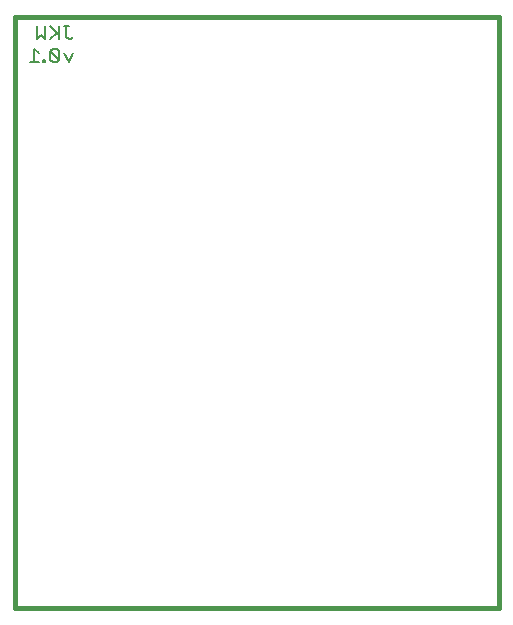
<source format=gbo>
G75*
%MOIN*%
%OFA0B0*%
%FSLAX24Y24*%
%IPPOS*%
%LPD*%
%AMOC8*
5,1,8,0,0,1.08239X$1,22.5*
%
%ADD10C,0.0160*%
%ADD11C,0.0060*%
D10*
X000208Y000180D02*
X016349Y000180D01*
X016349Y019865D01*
X000208Y019865D01*
X000208Y000180D01*
D11*
X000711Y018374D02*
X001005Y018374D01*
X000858Y018374D02*
X000858Y018814D01*
X001005Y018667D01*
X001162Y018447D02*
X001162Y018374D01*
X001235Y018374D01*
X001235Y018447D01*
X001162Y018447D01*
X001402Y018447D02*
X001475Y018374D01*
X001622Y018374D01*
X001695Y018447D01*
X001402Y018741D01*
X001402Y018447D01*
X001402Y018741D02*
X001475Y018814D01*
X001622Y018814D01*
X001695Y018741D01*
X001695Y018447D01*
X001862Y018667D02*
X002009Y018374D01*
X002156Y018667D01*
X002082Y019124D02*
X002009Y019124D01*
X001936Y019197D01*
X001936Y019564D01*
X002009Y019564D02*
X001862Y019564D01*
X001695Y019564D02*
X001695Y019124D01*
X001695Y019270D02*
X001402Y019564D01*
X001235Y019564D02*
X001235Y019124D01*
X001088Y019270D01*
X000941Y019124D01*
X000941Y019564D01*
X001402Y019124D02*
X001622Y019344D01*
X002082Y019124D02*
X002156Y019197D01*
M02*

</source>
